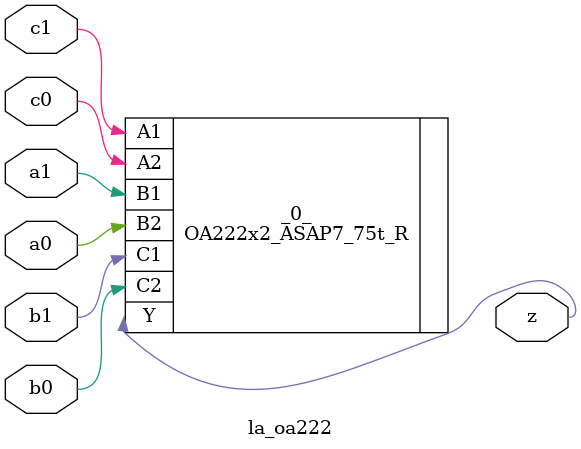
<source format=v>

/* Generated by Yosys 0.44 (git sha1 80ba43d26, g++ 11.4.0-1ubuntu1~22.04 -fPIC -O3) */

(* top =  1  *)
(* src = "generated" *)
module la_oa222 (
    a0,
    a1,
    b0,
    b1,
    c0,
    c1,
    z
);
  (* src = "generated" *)
  input a0;
  wire a0;
  (* src = "generated" *)
  input a1;
  wire a1;
  (* src = "generated" *)
  input b0;
  wire b0;
  (* src = "generated" *)
  input b1;
  wire b1;
  (* src = "generated" *)
  input c0;
  wire c0;
  (* src = "generated" *)
  input c1;
  wire c1;
  (* src = "generated" *)
  output z;
  wire z;
  OA222x2_ASAP7_75t_R _0_ (
      .A1(c1),
      .A2(c0),
      .B1(a1),
      .B2(a0),
      .C1(b1),
      .C2(b0),
      .Y (z)
  );
endmodule

</source>
